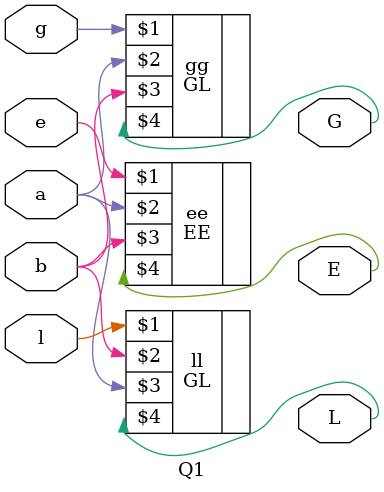
<source format=sv>
`include "ee.sv"
module Q1(input a, b, l, e, g, output L, E, G);
    EE ee(e, a, b, E);
    GL gg(g, a, b, G);
    GL ll(l, b, a, L);
endmodule
</source>
